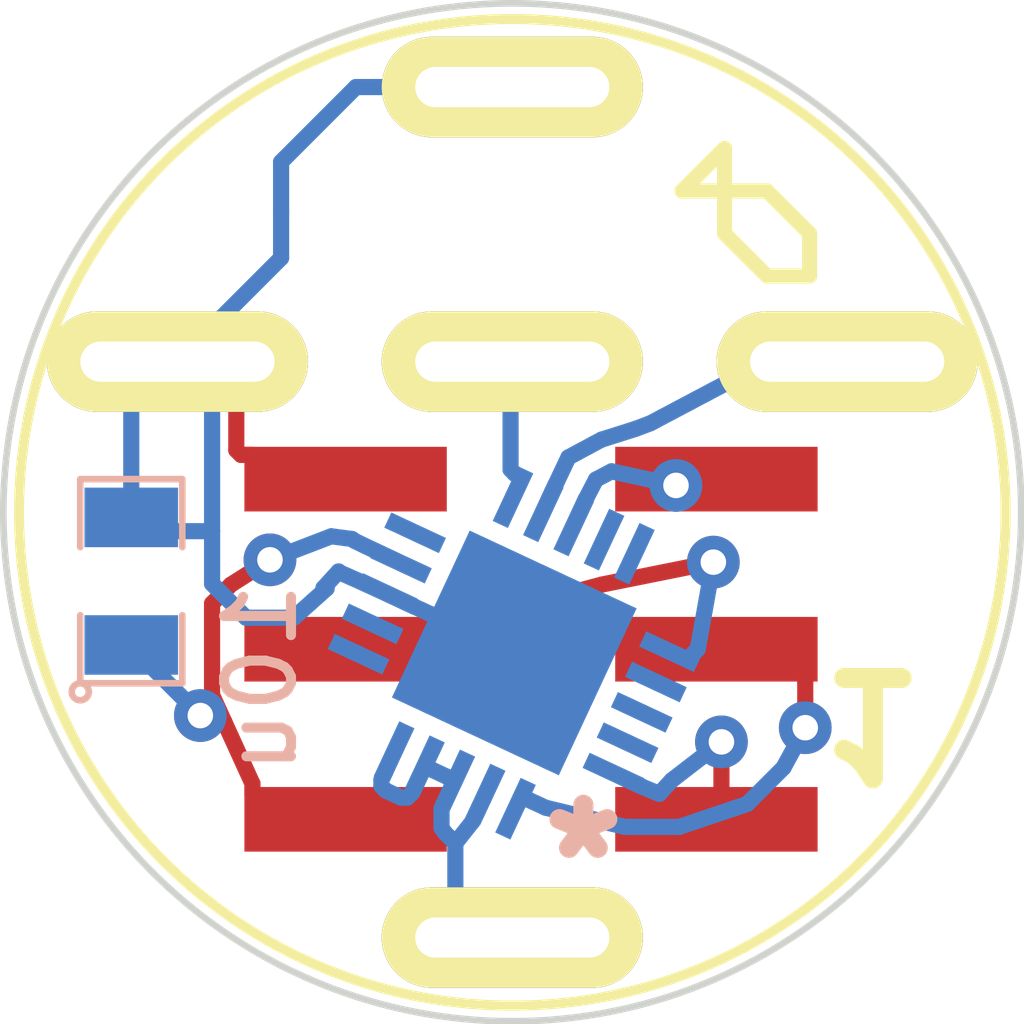
<source format=kicad_pcb>
(kicad_pcb (version 3) (host pcbnew "(2013-jul-07)-stable")

  (general
    (links 17)
    (no_connects 0)
    (area 92.317699 41.4587 107.682301 60.384182)
    (thickness 1.6)
    (drawings 14)
    (tracks 131)
    (zones 0)
    (modules 4)
    (nets 10)
  )

  (page User 139.7 127)
  (layers
    (15 F.Cu signal)
    (0 B.Cu signal)
    (16 B.Adhes user)
    (17 F.Adhes user)
    (18 B.Paste user)
    (19 F.Paste user)
    (20 B.SilkS user)
    (21 F.SilkS user)
    (22 B.Mask user)
    (23 F.Mask user)
    (24 Dwgs.User user)
    (25 Cmts.User user)
    (26 Eco1.User user)
    (27 Eco2.User user)
    (28 Edge.Cuts user)
  )

  (setup
    (last_trace_width 0.2413)
    (trace_clearance 0.2413)
    (zone_clearance 0.508)
    (zone_45_only no)
    (trace_min 0.2413)
    (segment_width 0.2254)
    (edge_width 0.2)
    (via_size 0.7874)
    (via_drill 0.381)
    (via_min_size 0.762)
    (via_min_drill 0.381)
    (uvia_size 0.508)
    (uvia_drill 0.127)
    (uvias_allowed no)
    (uvia_min_size 0.508)
    (uvia_min_drill 0.127)
    (pcb_text_width 0.3)
    (pcb_text_size 1.5 1.5)
    (mod_edge_width 0.15)
    (mod_text_size 1 1)
    (mod_text_width 0.15)
    (pad_size 3.9 1.5)
    (pad_drill 2.9)
    (pad_to_mask_clearance 0.0508)
    (solder_mask_min_width 0.0508)
    (aux_axis_origin 0 0)
    (visible_elements FFFFFFBF)
    (pcbplotparams
      (layerselection 284196865)
      (usegerberextensions true)
      (excludeedgelayer true)
      (linewidth 0.150000)
      (plotframeref false)
      (viasonmask false)
      (mode 1)
      (useauxorigin false)
      (hpglpennumber 1)
      (hpglpenspeed 20)
      (hpglpendiameter 15)
      (hpglpenoverlay 2)
      (psnegative false)
      (psa4output false)
      (plotreference true)
      (plotvalue true)
      (plotothertext true)
      (plotinvisibletext false)
      (padsonsilk false)
      (subtractmaskfromsilk false)
      (outputformat 1)
      (mirror false)
      (drillshape 0)
      (scaleselection 1)
      (outputdirectory t441-onebutton-gerbers))
  )

  (net 0 "")
  (net 1 +5V)
  (net 2 GND)
  (net 3 MISO)
  (net 4 MOSI)
  (net 5 RST)
  (net 6 SA)
  (net 7 SB)
  (net 8 SCK)
  (net 9 WS)

  (net_class Default "This is the default net class."
    (clearance 0.2413)
    (trace_width 0.2413)
    (via_dia 0.7874)
    (via_drill 0.381)
    (uvia_dia 0.508)
    (uvia_drill 0.127)
    (add_net "")
    (add_net MISO)
    (add_net MOSI)
    (add_net RST)
    (add_net SA)
    (add_net SB)
    (add_net SCK)
    (add_net WS)
  )

  (net_class POWER ""
    (clearance 0.2413)
    (trace_width 0.2413)
    (via_dia 0.7874)
    (via_drill 0.381)
    (uvia_dia 0.508)
    (uvia_drill 0.127)
    (add_net +5V)
    (add_net GND)
  )

  (module SM0805 (layer B.Cu) (tedit 54E6C868) (tstamp 54D25809)
    (at 94.3102 51.0286 90)
    (path /54D25909)
    (attr smd)
    (fp_text reference C2 (at 0.03 1.75 90) (layer B.SilkS) hide
      (effects (font (size 1 1) (thickness 0.15)) (justify mirror))
    )
    (fp_text value 10u (at -1.4478 1.9304 90) (layer B.SilkS)
      (effects (font (size 1 1) (thickness 0.15)) (justify mirror))
    )
    (fp_circle (center -1.651 -0.762) (end -1.651 -0.635) (layer B.SilkS) (width 0.09906))
    (fp_line (start -0.508 -0.762) (end -1.524 -0.762) (layer B.SilkS) (width 0.09906))
    (fp_line (start -1.524 -0.762) (end -1.524 0.762) (layer B.SilkS) (width 0.09906))
    (fp_line (start -1.524 0.762) (end -0.508 0.762) (layer B.SilkS) (width 0.09906))
    (fp_line (start 0.508 0.762) (end 1.524 0.762) (layer B.SilkS) (width 0.09906))
    (fp_line (start 1.524 0.762) (end 1.524 -0.762) (layer B.SilkS) (width 0.09906))
    (fp_line (start 1.524 -0.762) (end 0.508 -0.762) (layer B.SilkS) (width 0.09906))
    (pad 1 smd rect (at -0.9525 0 90) (size 0.889 1.397)
      (layers B.Cu B.Paste B.Mask)
      (net 1 +5V)
    )
    (pad 2 smd rect (at 0.9525 0 90) (size 0.889 1.397)
      (layers B.Cu B.Paste B.Mask)
      (net 2 GND)
    )
    (model smd/chip_cms.wrl
      (at (xyz 0 0 0))
      (scale (xyz 0.1 0.1 0.1))
      (rotate (xyz 0 0 0))
    )
  )

  (module RIBBON6SMT (layer F.Cu) (tedit 54E679FA) (tstamp 54D25820)
    (at 97.5106 54.5846 90)
    (path /54D258DD)
    (fp_text reference J1 (at 0 -3.81 90) (layer F.SilkS) hide
      (effects (font (size 1 1) (thickness 0.15)))
    )
    (fp_text value AVRISP6 (at 2.3799 3.0172 90) (layer F.SilkS) hide
      (effects (font (size 1 1) (thickness 0.15)))
    )
    (pad 2 smd rect (at 0 0 90) (size 0.9652 3.0226)
      (layers F.Cu F.Paste F.Mask)
      (net 1 +5V)
    )
    (pad 4 smd rect (at 2.54 0 90) (size 0.9652 3.0226)
      (layers F.Cu F.Paste F.Mask)
      (net 4 MOSI)
    )
    (pad 6 smd rect (at 5.08 0 90) (size 0.9652 3.0226)
      (layers F.Cu F.Paste F.Mask)
      (net 2 GND)
    )
    (pad 1 smd rect (at 0 5.5372 90) (size 0.9652 3.0226)
      (layers F.Cu F.Paste F.Mask)
      (net 3 MISO)
    )
    (pad 3 smd rect (at 2.54 5.5372 90) (size 0.9652 3.0226)
      (layers F.Cu F.Paste F.Mask)
      (net 8 SCK)
    )
    (pad 5 smd rect (at 5.08 5.5372 90) (size 0.9652 3.0226)
      (layers F.Cu F.Paste F.Mask)
      (net 5 RST)
    )
  )

  (module QFN20 (layer B.Cu) (tedit 54E6A80E) (tstamp 54D25839)
    (at 100.0292 52.0999 65)
    (path /54D2587C)
    (fp_text reference U1 (at -2.49428 2.23012 65) (layer B.SilkS) hide
      (effects (font (size 1 1) (thickness 0.15)) (justify mirror))
    )
    (fp_text value ATTINY441-QFN (at -0.21156 3.50368 65) (layer B.SilkS) hide
      (effects (font (size 1 1) (thickness 0.15)) (justify mirror))
    )
    (pad 21 smd rect (at 0 0 65) (size 2.75 2.75)
      (layers B.Cu B.Paste B.Mask)
      (net 2 GND)
    )
    (pad 1 smd rect (at -2.1 1 65) (size 0.9 0.25)
      (layers B.Cu B.Paste B.Mask)
      (net 8 SCK)
    )
    (pad 2 smd rect (at -2.1 0.5 65) (size 0.9 0.25)
      (layers B.Cu B.Paste B.Mask)
      (net 9 WS)
    )
    (pad 3 smd rect (at -2.1 0 65) (size 0.9 0.25)
      (layers B.Cu B.Paste B.Mask)
      (net 9 WS)
    )
    (pad 4 smd rect (at -2.1 -0.5 65) (size 0.9 0.25)
      (layers B.Cu B.Paste B.Mask)
      (net 9 WS)
    )
    (pad 5 smd rect (at -2.1 -1 65) (size 0.9 0.25)
      (layers B.Cu B.Paste B.Mask)
      (net 9 WS)
    )
    (pad 6 smd rect (at -1 -2.1 335) (size 0.9 0.25)
      (layers B.Cu B.Paste B.Mask)
    )
    (pad 7 smd rect (at -0.5 -2.1 335) (size 0.9 0.25)
      (layers B.Cu B.Paste B.Mask)
    )
    (pad 8 smd rect (at 0 -2.1 335) (size 0.9 0.25)
      (layers B.Cu B.Paste B.Mask)
      (net 2 GND)
    )
    (pad 9 smd rect (at 0.5 -2.1 335) (size 0.9 0.25)
      (layers B.Cu B.Paste B.Mask)
      (net 1 +5V)
    )
    (pad 10 smd rect (at 1 -2.1 335) (size 0.9 0.25)
      (layers B.Cu B.Paste B.Mask)
    )
    (pad 11 smd rect (at 2.1 -1 245) (size 0.9 0.25)
      (layers B.Cu B.Paste B.Mask)
      (net 7 SB)
    )
    (pad 12 smd rect (at 2.1 -0.5 245) (size 0.9 0.25)
      (layers B.Cu B.Paste B.Mask)
      (net 6 SA)
    )
    (pad 13 smd rect (at 2.1 0 245) (size 0.9 0.25)
      (layers B.Cu B.Paste B.Mask)
      (net 5 RST)
    )
    (pad 14 smd rect (at 2.1 0.5 245) (size 0.9 0.25)
      (layers B.Cu B.Paste B.Mask)
    )
    (pad 15 smd rect (at 2.1 1 245) (size 0.9 0.25)
      (layers B.Cu B.Paste B.Mask)
    )
    (pad 16 smd rect (at 1 2.1 155) (size 0.9 0.25)
      (layers B.Cu B.Paste B.Mask)
      (net 4 MOSI)
    )
    (pad 17 smd rect (at 0.5 2.1 155) (size 0.9 0.25)
      (layers B.Cu B.Paste B.Mask)
    )
    (pad 18 smd rect (at 0 2.1 155) (size 0.9 0.25)
      (layers B.Cu B.Paste B.Mask)
    )
    (pad 19 smd rect (at -0.5 2.1 155) (size 0.9 0.25)
      (layers B.Cu B.Paste B.Mask)
    )
    (pad 20 smd rect (at -1 2.1 155) (size 0.9 0.25)
      (layers B.Cu B.Paste B.Mask)
      (net 3 MISO)
    )
  )

  (module WS_SWITCH (layer F.Cu) (tedit 54E679ED) (tstamp 54E67376)
    (at 100 50)
    (path /54E66EBF)
    (fp_text reference SW1 (at -0.254 -4.191) (layer F.SilkS) hide
      (effects (font (size 1 1) (thickness 0.15)))
    )
    (fp_text value WS_SWITCH (at 0.127 0.254) (layer F.SilkS) hide
      (effects (font (size 1 1) (thickness 0.15)))
    )
    (fp_circle (center 0 0) (end 7.366 0) (layer F.SilkS) (width 0.15))
    (pad 1 thru_hole oval (at -5 -2.25) (size 3.9 1.5) (drill oval 2.9 0.6)
      (layers *.Cu *.Mask F.SilkS)
      (net 2 GND)
    )
    (pad 2 thru_hole oval (at 0 -2.25) (size 3.9 1.5) (drill oval 2.9 0.6)
      (layers *.Cu *.Mask F.SilkS)
      (net 7 SB)
    )
    (pad 3 thru_hole oval (at 5 -2.25) (size 3.9 1.5) (drill oval 2.9 0.6)
      (layers *.Cu *.Mask F.SilkS)
      (net 6 SA)
    )
    (pad 4 thru_hole oval (at 0 -6.35) (size 3.9 1.5) (drill oval 2.9 0.6)
      (layers *.Cu *.Mask F.SilkS)
      (net 2 GND)
    )
    (pad 5 thru_hole oval (at 0 6.35) (size 3.9 1.5) (drill oval 2.9 0.6)
      (layers *.Cu *.Mask F.SilkS)
      (net 9 WS)
    )
  )

  (gr_text * (at 101.06152 55.18912) (layer B.SilkS)
    (effects (font (size 1.5 1.5) (thickness 0.3)) (justify mirror))
  )
  (gr_text 1 (at 105.3846 53.15204 180) (layer F.SilkS)
    (effects (font (size 1.5 1.5) (thickness 0.3)) (justify mirror))
  )
  (gr_circle (center 100 50) (end 107.6 50) (layer Edge.Cuts) (width 0.1))
  (gr_line (start 104.4391 45.8367) (end 104.4391 46.4717) (angle 90) (layer F.SilkS) (width 0.2254))
  (gr_line (start 103.8041 45.2017) (end 104.4391 45.8367) (angle 90) (layer F.SilkS) (width 0.2254))
  (gr_line (start 103.1691 45.2017) (end 103.8041 45.2017) (angle 90) (layer F.SilkS) (width 0.2254))
  (gr_line (start 102.5341 45.2017) (end 103.1691 45.2017) (angle 90) (layer F.SilkS) (width 0.2254))
  (gr_line (start 103.1691 44.5667) (end 102.5341 45.2017) (angle 90) (layer F.SilkS) (width 0.2254))
  (gr_line (start 103.1691 45.2017) (end 103.1691 44.5667) (angle 90) (layer F.SilkS) (width 0.2254))
  (gr_line (start 102.5341 45.2017) (end 103.1691 45.2017) (angle 90) (layer F.SilkS) (width 0.2))
  (gr_line (start 103.1691 45.2017) (end 102.5341 45.2017) (angle 90) (layer F.SilkS) (width 0.2))
  (gr_line (start 103.1691 45.8367) (end 103.1691 45.2017) (angle 90) (layer F.SilkS) (width 0.2254))
  (gr_line (start 103.8041 46.4717) (end 103.1691 45.8367) (angle 90) (layer F.SilkS) (width 0.2254))
  (gr_line (start 104.4391 46.4717) (end 103.8041 46.4717) (angle 90) (layer F.SilkS) (width 0.2254))

  (segment (start 94.3102 51.9811) (end 94.3102 52.00396) (width 0.2413) (layer B.Cu) (net 1))
  (segment (start 95.697173 53.123813) (end 95.697173 53.123812) (width 0.2413) (layer F.Cu) (net 1) (tstamp 54E6C84E))
  (segment (start 95.430053 53.123813) (end 95.697173 53.123813) (width 0.2413) (layer F.Cu) (net 1) (tstamp 54E6C84C))
  (segment (start 95.34144 53.0352) (end 95.430053 53.123813) (width 0.2413) (layer F.Cu) (net 1) (tstamp 54E6C84B))
  (via (at 95.34144 53.0352) (size 0.7874) (layers F.Cu B.Cu) (net 1))
  (segment (start 94.3102 52.00396) (end 95.34144 53.0352) (width 0.2413) (layer B.Cu) (net 1) (tstamp 54E6C847))
  (via (at 96.3812 50.7096) (size 0.7874) (layers F.Cu B.Cu) (net 1))
  (segment (start 97.29724 50.35804) (end 96.3812 50.7096) (width 0.2413) (layer B.Cu) (net 1))
  (segment (start 97.60712 50.39868) (end 97.29724 50.35804) (width 0.2413) (layer B.Cu) (net 1))
  (segment (start 97.64822 50.42838) (end 97.60712 50.39868) (width 0.2413) (layer B.Cu) (net 1))
  (segment (start 98.0407 50.6161) (end 97.64822 50.42838) (width 0.2413) (layer B.Cu) (net 1))
  (segment (start 98.3373 50.7592) (end 98.0407 50.6161) (width 0.2413) (layer B.Cu) (net 1))
  (segment (start 95.7993 51.0792) (end 96.3812 50.7096) (width 0.2413) (layer F.Cu) (net 1))
  (segment (start 95.5165 51.362) (end 95.7993 51.0792) (width 0.2413) (layer F.Cu) (net 1))
  (segment (start 95.5165 52.3272) (end 95.5165 51.362) (width 0.2413) (layer F.Cu) (net 1))
  (segment (start 95.5165 52.7272) (end 95.5165 52.3272) (width 0.2413) (layer F.Cu) (net 1))
  (segment (start 96.12 54.052) (end 95.697173 53.123812) (width 0.2413) (layer F.Cu) (net 1))
  (segment (start 95.697173 53.123812) (end 95.5165 52.7272) (width 0.2413) (layer F.Cu) (net 1) (tstamp 54E6C84F))
  (segment (start 96.12 54.102) (end 96.12 54.052) (width 0.2413) (layer F.Cu) (net 1))
  (segment (start 96.12 54.2227) (end 96.12 54.102) (width 0.2413) (layer F.Cu) (net 1))
  (segment (start 97.5106 54.5846) (end 96.12 54.2227) (width 0.2413) (layer F.Cu) (net 1))
  (segment (start 95.5169 50.28184) (end 94.51594 50.28184) (width 0.2413) (layer B.Cu) (net 2))
  (segment (start 94.51594 50.28184) (end 94.3102 50.0761) (width 0.2413) (layer B.Cu) (net 2) (tstamp 54E6C853))
  (segment (start 94.3102 50.0761) (end 94.3102 48.4398) (width 0.2413) (layer B.Cu) (net 2))
  (segment (start 94.3102 48.4398) (end 95 47.75) (width 0.2413) (layer B.Cu) (net 2) (tstamp 54E6C844))
  (segment (start 96.5475 45.5) (end 96.5475 44.76794) (width 0.2413) (layer B.Cu) (net 2))
  (segment (start 97.66544 43.65) (end 100 43.65) (width 0.2413) (layer B.Cu) (net 2) (tstamp 54E6C832))
  (segment (start 96.5475 44.76794) (end 97.66544 43.65) (width 0.2413) (layer B.Cu) (net 2) (tstamp 54E6C831))
  (segment (start 96.5475 45.5) (end 96.5475 46.2025) (width 0.2413) (layer B.Cu) (net 2))
  (segment (start 96.5475 46.2025) (end 95 47.75) (width 0.2413) (layer B.Cu) (net 2) (tstamp 54E6A7E0))
  (segment (start 98.8914 51.5719) (end 100.0292 52.0999) (width 0.2413) (layer B.Cu) (net 2))
  (segment (start 98.782 51.5209) (end 98.8914 51.5719) (width 0.2413) (layer B.Cu) (net 2))
  (segment (start 98.5323 51.4059) (end 98.782 51.5209) (width 0.2413) (layer B.Cu) (net 2))
  (segment (start 98.4229 51.3549) (end 98.5323 51.4059) (width 0.2413) (layer B.Cu) (net 2))
  (segment (start 98.126 51.2124) (end 98.4229 51.3549) (width 0.2413) (layer B.Cu) (net 2))
  (segment (start 97.8258 51.0771) (end 98.126 51.2124) (width 0.2413) (layer B.Cu) (net 2))
  (segment (start 97.41916 50.89652) (end 97.8258 51.0771) (width 0.2413) (layer B.Cu) (net 2))
  (segment (start 97.40666 50.88422) (end 97.41916 50.89652) (width 0.2413) (layer B.Cu) (net 2))
  (segment (start 97.40576 50.88342) (end 97.40666 50.88422) (width 0.2413) (layer B.Cu) (net 2))
  (segment (start 97.1804 51.1302) (end 97.40576 50.88342) (width 0.2413) (layer B.Cu) (net 2))
  (segment (start 97.22708 51.13756) (end 97.1804 51.1302) (width 0.2413) (layer B.Cu) (net 2))
  (segment (start 96.7392 51.5739) (end 97.22708 51.13756) (width 0.2413) (layer B.Cu) (net 2))
  (segment (start 96.0232 51.5739) (end 96.7392 51.5739) (width 0.2413) (layer B.Cu) (net 2))
  (segment (start 95.5169 51.0676) (end 96.0232 51.5739) (width 0.2413) (layer B.Cu) (net 2))
  (segment (start 95.5169 47.75) (end 95.5169 50.28184) (width 0.2413) (layer B.Cu) (net 2))
  (segment (start 95.5169 50.28184) (end 95.5169 51.0676) (width 0.2413) (layer B.Cu) (net 2) (tstamp 54E6C851))
  (segment (start 95 47.75) (end 95.5169 47.75) (width 0.2413) (layer B.Cu) (net 2))
  (segment (start 95.8786 47.75) (end 95 47.75) (width 0.2413) (layer F.Cu) (net 2))
  (segment (start 95.8786 49.072) (end 95.8786 47.75) (width 0.2413) (layer F.Cu) (net 2))
  (segment (start 95.9493 49.1427) (end 95.8786 49.072) (width 0.2413) (layer F.Cu) (net 2))
  (segment (start 95.9993 49.1427) (end 95.9493 49.1427) (width 0.2413) (layer F.Cu) (net 2))
  (segment (start 96.12 49.1427) (end 95.9993 49.1427) (width 0.2413) (layer F.Cu) (net 2))
  (segment (start 97.5106 49.5046) (end 96.12 49.1427) (width 0.2413) (layer F.Cu) (net 2))
  (via (at 103.1229 53.4282) (size 0.7874) (layers F.Cu B.Cu) (net 3))
  (segment (start 102.3818 54.0003) (end 103.1229 53.4282) (width 0.2413) (layer B.Cu) (net 3))
  (segment (start 102.19436 54.2036) (end 102.3818 54.0003) (width 0.2413) (layer B.Cu) (net 3))
  (segment (start 101.9319 54.095) (end 102.19436 54.2036) (width 0.2413) (layer B.Cu) (net 3))
  (segment (start 101.9159 54.0876) (end 101.9319 54.095) (width 0.2413) (layer B.Cu) (net 3))
  (segment (start 101.8065 54.0366) (end 101.9159 54.0876) (width 0.2413) (layer B.Cu) (net 3))
  (segment (start 101.5098 53.8937) (end 101.8065 54.0366) (width 0.2413) (layer B.Cu) (net 3))
  (segment (start 103.1229 54.2227) (end 103.0478 54.5846) (width 0.2413) (layer F.Cu) (net 3))
  (segment (start 103.1229 54.102) (end 103.1229 54.2227) (width 0.2413) (layer F.Cu) (net 3))
  (segment (start 103.1229 53.4282) (end 103.1229 54.102) (width 0.2413) (layer F.Cu) (net 3))
  (via (at 103.00208 50.74412) (size 0.7874) (layers F.Cu B.Cu) (net 4))
  (segment (start 102.7688 52.0446) (end 103.00208 50.74412) (width 0.2413) (layer B.Cu) (net 4))
  (segment (start 102.7046 52.1062) (end 102.7688 52.0446) (width 0.2413) (layer B.Cu) (net 4))
  (segment (start 102.6536 52.2156) (end 102.7046 52.1062) (width 0.2413) (layer B.Cu) (net 4))
  (segment (start 102.3551 52.0811) (end 102.6536 52.2156) (width 0.2413) (layer B.Cu) (net 4))
  (segment (start 98.9012 51.6827) (end 97.5106 52.0446) (width 0.2413) (layer F.Cu) (net 4))
  (segment (start 99.0219 51.6827) (end 98.9012 51.6827) (width 0.2413) (layer F.Cu) (net 4))
  (segment (start 99.0719 51.6827) (end 99.0219 51.6827) (width 0.2413) (layer F.Cu) (net 4))
  (segment (start 101.3365 51.0792) (end 99.0719 51.6827) (width 0.2413) (layer F.Cu) (net 4))
  (segment (start 103.00208 50.74412) (end 101.3365 51.0792) (width 0.2413) (layer F.Cu) (net 4))
  (via (at 102.4442 49.5986) (size 0.7874) (layers F.Cu B.Cu) (net 5))
  (segment (start 101.48316 49.38776) (end 102.4442 49.5986) (width 0.2413) (layer B.Cu) (net 5))
  (segment (start 101.24948 49.50968) (end 101.48316 49.38776) (width 0.2413) (layer B.Cu) (net 5))
  (segment (start 101.1049 49.788) (end 101.24948 49.50968) (width 0.2413) (layer B.Cu) (net 5))
  (segment (start 101.0539 49.8974) (end 101.1049 49.788) (width 0.2413) (layer B.Cu) (net 5))
  (segment (start 100.9167 50.1967) (end 101.0539 49.8974) (width 0.2413) (layer B.Cu) (net 5))
  (segment (start 102.4442 49.5046) (end 103.0478 49.5046) (width 0.2413) (layer F.Cu) (net 5))
  (segment (start 102.4442 49.5986) (end 102.4442 49.5046) (width 0.2413) (layer F.Cu) (net 5))
  (segment (start 100.5988 49.6851) (end 100.4635 49.9853) (width 0.2413) (layer B.Cu) (net 6))
  (segment (start 100.838 49.17948) (end 100.5988 49.6851) (width 0.2413) (layer B.Cu) (net 6))
  (segment (start 101.33076 48.91532) (end 100.838 49.17948) (width 0.2413) (layer B.Cu) (net 6))
  (segment (start 101.84384 48.75276) (end 101.33076 48.91532) (width 0.2413) (layer B.Cu) (net 6))
  (segment (start 102.0601 48.6713) (end 101.84384 48.75276) (width 0.2413) (layer B.Cu) (net 6))
  (segment (start 103.8 47.75) (end 102.0601 48.6713) (width 0.2413) (layer B.Cu) (net 6))
  (segment (start 105 47.75) (end 103.8 47.75) (width 0.2413) (layer B.Cu) (net 6))
  (segment (start 100.1449 49.4755) (end 100.0104 49.774) (width 0.2413) (layer B.Cu) (net 7))
  (segment (start 100.0355 49.4245) (end 100.1449 49.4755) (width 0.2413) (layer B.Cu) (net 7))
  (segment (start 99.9739 49.3603) (end 100.0355 49.4245) (width 0.2413) (layer B.Cu) (net 7))
  (segment (start 99.9739 47.75) (end 99.9739 49.3603) (width 0.2413) (layer B.Cu) (net 7))
  (segment (start 100 47.75) (end 99.9739 47.75) (width 0.2413) (layer B.Cu) (net 7))
  (via (at 104.3743 53.2164) (size 0.7874) (layers F.Cu B.Cu) (net 8))
  (segment (start 104.0502 53.8123) (end 104.3743 53.2164) (width 0.2413) (layer B.Cu) (net 8))
  (segment (start 103.507 54.3555) (end 104.0502 53.8123) (width 0.2413) (layer B.Cu) (net 8))
  (segment (start 102.4914 54.6975) (end 103.507 54.3555) (width 0.2413) (layer B.Cu) (net 8))
  (segment (start 101.6824 54.6975) (end 102.4914 54.6975) (width 0.2413) (layer B.Cu) (net 8))
  (segment (start 100.4943 54.41) (end 101.6824 54.6975) (width 0.2413) (layer B.Cu) (net 8))
  (segment (start 100.2471 54.2947) (end 100.4943 54.41) (width 0.2413) (layer B.Cu) (net 8))
  (segment (start 100.1377 54.2437) (end 100.2471 54.2947) (width 0.2413) (layer B.Cu) (net 8))
  (segment (start 100.048 54.4258) (end 100.1377 54.2437) (width 0.2413) (layer B.Cu) (net 8))
  (segment (start 104.3743 52.4065) (end 103.0478 52.0446) (width 0.2413) (layer F.Cu) (net 8))
  (segment (start 104.3743 52.5272) (end 104.3743 52.4065) (width 0.2413) (layer F.Cu) (net 8))
  (segment (start 104.3743 53.2164) (end 104.3743 52.5272) (width 0.2413) (layer F.Cu) (net 8))
  (segment (start 99.1378 54.0013) (end 99.1417 54.0031) (width 0.2413) (layer B.Cu) (net 9))
  (segment (start 99.0284 53.9503) (end 99.1378 54.0013) (width 0.2413) (layer B.Cu) (net 9))
  (segment (start 98.8018 53.8446) (end 99.0284 53.9503) (width 0.2413) (layer B.Cu) (net 9))
  (segment (start 98.6924 53.7936) (end 98.8018 53.8446) (width 0.2413) (layer B.Cu) (net 9))
  (segment (start 98.6885 53.7918) (end 98.6924 53.7936) (width 0.2413) (layer B.Cu) (net 9))
  (segment (start 99.0009 54.3008) (end 99.1417 54.0031) (width 0.2413) (layer B.Cu) (net 9))
  (segment (start 98.9499 54.4102) (end 99.0009 54.3008) (width 0.2413) (layer B.Cu) (net 9))
  (segment (start 98.943 54.4252) (end 98.9499 54.4102) (width 0.2413) (layer B.Cu) (net 9))
  (segment (start 98.943 54.7138) (end 98.943 54.4252) (width 0.2413) (layer B.Cu) (net 9))
  (segment (start 98.9963 54.788) (end 98.943 54.7138) (width 0.2413) (layer B.Cu) (net 9))
  (segment (start 99.1496 54.9414) (end 98.9963 54.788) (width 0.2413) (layer B.Cu) (net 9))
  (segment (start 99.1496 56.35) (end 100 56.35) (width 0.2413) (layer B.Cu) (net 9))
  (segment (start 99.1496 54.9414) (end 99.1496 56.35) (width 0.2413) (layer B.Cu) (net 9))
  (segment (start 99.4026 54.6213) (end 99.1496 54.9414) (width 0.2413) (layer B.Cu) (net 9))
  (segment (start 99.4536 54.5119) (end 99.4026 54.6213) (width 0.2413) (layer B.Cu) (net 9))
  (segment (start 99.5949 54.2145) (end 99.4536 54.5119) (width 0.2413) (layer B.Cu) (net 9))
  (segment (start 98.1001 53.8807) (end 98.2354 53.5805) (width 0.2413) (layer B.Cu) (net 9))
  (segment (start 98.0491 53.9901) (end 98.1001 53.8807) (width 0.2413) (layer B.Cu) (net 9))
  (segment (start 98.0451 53.9942) (end 98.0491 53.9901) (width 0.2413) (layer B.Cu) (net 9))
  (segment (start 98.0451 54.0882) (end 98.0451 53.9942) (width 0.2413) (layer B.Cu) (net 9))
  (segment (start 98.1115 54.1546) (end 98.0451 54.0882) (width 0.2413) (layer B.Cu) (net 9))
  (segment (start 98.338 54.2602) (end 98.1115 54.1546) (width 0.2413) (layer B.Cu) (net 9))
  (segment (start 98.432 54.2602) (end 98.338 54.2602) (width 0.2413) (layer B.Cu) (net 9))
  (segment (start 98.4962 54.1986) (end 98.432 54.2602) (width 0.2413) (layer B.Cu) (net 9))
  (segment (start 98.5472 54.0892) (end 98.4962 54.1986) (width 0.2413) (layer B.Cu) (net 9))
  (segment (start 98.6885 53.7918) (end 98.5472 54.0892) (width 0.2413) (layer B.Cu) (net 9))

)

</source>
